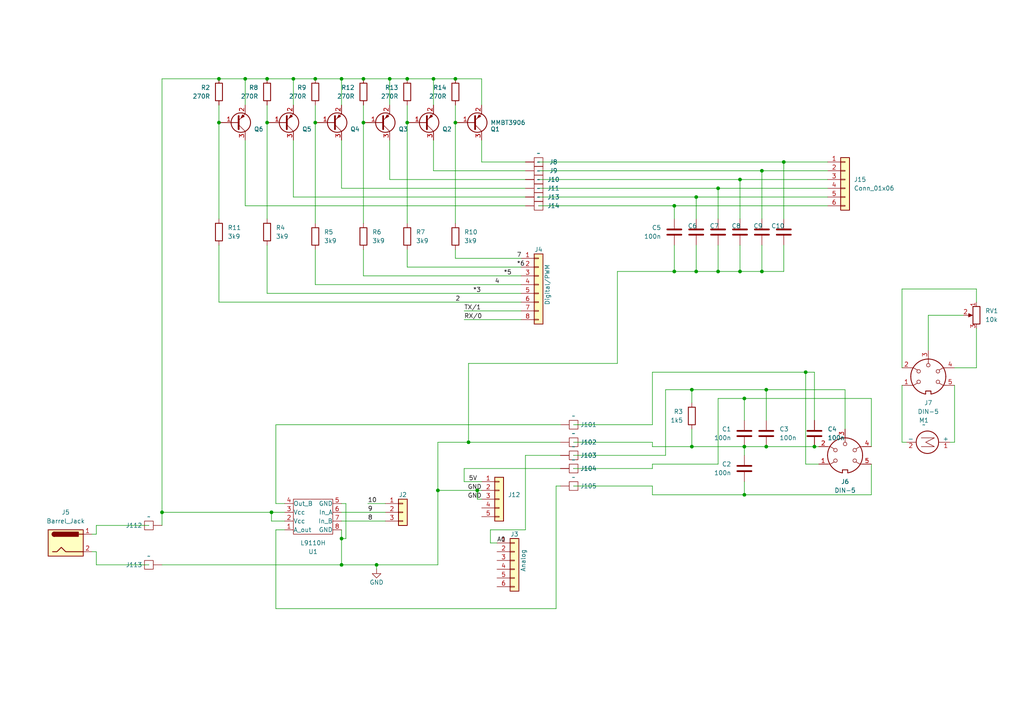
<source format=kicad_sch>
(kicad_sch (version 20231120) (generator "eeschema") (generator_version "8.0")
  (paper "A4")
  (title_block (date "mar. 31 mars 2015"))
  (lib_symbols
    (symbol "Connector:Barrel_Jack" (pin_names (offset 1.016))
      (property "Reference" "J" (at 0 5.334 0))
      (property "Value" "Barrel_Jack" (at 0 -5.08 0))
      (symbol "Barrel_Jack_0_1"
        (rectangle (start -5.08 3.81) (end 5.08 -3.81) (stroke (width 0.254)) (fill (type background)))
        (arc (start -3.302 3.175) (mid -3.9343 2.54) (end -3.302 1.905) (stroke (width 0.254)))
        (arc (start -3.302 3.175) (mid -3.9343 2.54) (end -3.302 1.905) (stroke (width 0.254)) (fill (type outline)))
        (polyline (pts (xy 5.08 2.54) (xy 3.81 2.54)) (stroke (width 0.254)))
        (polyline (pts (xy -3.81 -2.54) (xy -2.54 -2.54) (xy -1.27 -1.27) (xy 0 -2.54) (xy 2.54 -2.54) (xy 5.08 -2.54)) (stroke (width 0.254)))
        (rectangle (start 3.683 3.175) (end -3.302 1.905) (stroke (width 0.254)) (fill (type outline)))
      )
      (symbol "Barrel_Jack_1_1"
        (pin passive line (at 7.62 2.54 180) (length 2.54) (name "~") (number "1"))
        (pin passive line (at 7.62 -2.54 180) (length 2.54) (name "~") (number "2"))
      )
    )
    (symbol "Connector:DIN-5" (pin_names (offset 1.016))
      (property "Reference" "J" (at 3.175 5.715 0))
      (property "Value" "DIN-5" (at 0 -6.35 0))
      (symbol "DIN-5_0_1"
        (arc (start -5.08 0) (mid -3.8609 -3.3364) (end -0.762 -5.08) (stroke (width 0.254)))
        (circle (center -2.794 -1.524) (radius 0.508))
        (circle (center -2.794 1.524) (radius 0.508))
        (polyline (pts (xy 0 5.08) (xy 0 3.81)))
        (polyline (pts (xy -5.08 -2.54) (xy -4.318 -2.54) (xy -3.175 -1.905)))
        (polyline (pts (xy -5.08 2.54) (xy -4.318 2.54) (xy -3.175 1.905)))
        (polyline (pts (xy 5.08 -2.54) (xy 4.318 -2.54) (xy 3.175 -1.905)))
        (polyline (pts (xy 5.08 2.54) (xy 4.318 2.54) (xy 3.175 1.905)))
        (polyline (pts (xy -0.762 -4.953) (xy -0.762 -4.191) (xy 0.762 -4.191) (xy 0.762 -4.953)) (stroke (width 0.254)))
        (circle (center 0 3.302) (radius 0.508))
        (arc (start 0.762 -5.08) (mid 3.8685 -3.343) (end 5.08 0) (stroke (width 0.254)))
        (circle (center 2.794 -1.524) (radius 0.508))
        (circle (center 2.794 1.524) (radius 0.508))
        (arc (start 5.08 0) (mid 0 5.0579) (end -5.08 0) (stroke (width 0.254)))
      )
      (symbol "DIN-5_1_1"
        (pin passive line (at -7.62 -2.54 0) (length 2.54) (name "~") (number "1"))
        (pin passive line (at -7.62 2.54 0) (length 2.54) (name "~") (number "2"))
        (pin passive line (at 0 7.62 270) (length 2.54) (name "~") (number "3"))
        (pin passive line (at 7.62 2.54 180) (length 2.54) (name "~") (number "4"))
        (pin passive line (at 7.62 -2.54 180) (length 2.54) (name "~") (number "5"))
      )
    )
    (symbol "Connector_Generic:Conn_01x03" (pin_names (offset 1.016) hide)
      (property "Reference" "J" (at 0 5.08 0))
      (property "Value" "Conn_01x03" (at 0 -5.08 0))
      (symbol "Conn_01x03_1_1"
        (rectangle (start -1.27 -2.413) (end 0 -2.667) (stroke (width 0.1524)))
        (rectangle (start -1.27 0.127) (end 0 -0.127) (stroke (width 0.1524)))
        (rectangle (start -1.27 2.667) (end 0 2.413) (stroke (width 0.1524)))
        (rectangle (start -1.27 3.81) (end 1.27 -3.81) (stroke (width 0.254)) (fill (type background)))
        (pin passive line (at -5.08 2.54 0) (length 3.81) (name "Pin_1") (number "1"))
        (pin passive line (at -5.08 0 0) (length 3.81) (name "Pin_2") (number "2"))
        (pin passive line (at -5.08 -2.54 0) (length 3.81) (name "Pin_3") (number "3"))
      )
    )
    (symbol "Connector_Generic:Conn_01x05" (pin_names (offset 1.016) hide)
      (property "Reference" "J" (at 0 7.62 0))
      (property "Value" "Conn_01x05" (at 0 -7.62 0))
      (symbol "Conn_01x05_1_1"
        (rectangle (start -1.27 -4.953) (end 0 -5.207) (stroke (width 0.1524)))
        (rectangle (start -1.27 -2.413) (end 0 -2.667) (stroke (width 0.1524)))
        (rectangle (start -1.27 0.127) (end 0 -0.127) (stroke (width 0.1524)))
        (rectangle (start -1.27 2.667) (end 0 2.413) (stroke (width 0.1524)))
        (rectangle (start -1.27 5.207) (end 0 4.953) (stroke (width 0.1524)))
        (rectangle (start -1.27 6.35) (end 1.27 -6.35) (stroke (width 0.254)) (fill (type background)))
        (pin passive line (at -5.08 5.08 0) (length 3.81) (name "Pin_1") (number "1"))
        (pin passive line (at -5.08 2.54 0) (length 3.81) (name "Pin_2") (number "2"))
        (pin passive line (at -5.08 0 0) (length 3.81) (name "Pin_3") (number "3"))
        (pin passive line (at -5.08 -2.54 0) (length 3.81) (name "Pin_4") (number "4"))
        (pin passive line (at -5.08 -5.08 0) (length 3.81) (name "Pin_5") (number "5"))
      )
    )
    (symbol "Connector_Generic:Conn_01x06" (pin_names (offset 1.016) hide)
      (property "Reference" "J" (at 0 7.62 0))
      (property "Value" "Conn_01x06" (at 0 -10.16 0))
      (symbol "Conn_01x06_1_1"
        (rectangle (start -1.27 -7.493) (end 0 -7.747) (stroke (width 0.1524)))
        (rectangle (start -1.27 -4.953) (end 0 -5.207) (stroke (width 0.1524)))
        (rectangle (start -1.27 -2.413) (end 0 -2.667) (stroke (width 0.1524)))
        (rectangle (start -1.27 0.127) (end 0 -0.127) (stroke (width 0.1524)))
        (rectangle (start -1.27 2.667) (end 0 2.413) (stroke (width 0.1524)))
        (rectangle (start -1.27 5.207) (end 0 4.953) (stroke (width 0.1524)))
        (rectangle (start -1.27 6.35) (end 1.27 -8.89) (stroke (width 0.254)) (fill (type background)))
        (pin passive line (at -5.08 5.08 0) (length 3.81) (name "Pin_1") (number "1"))
        (pin passive line (at -5.08 2.54 0) (length 3.81) (name "Pin_2") (number "2"))
        (pin passive line (at -5.08 0 0) (length 3.81) (name "Pin_3") (number "3"))
        (pin passive line (at -5.08 -2.54 0) (length 3.81) (name "Pin_4") (number "4"))
        (pin passive line (at -5.08 -5.08 0) (length 3.81) (name "Pin_5") (number "5"))
        (pin passive line (at -5.08 -7.62 0) (length 3.81) (name "Pin_6") (number "6"))
      )
    )
    (symbol "Connector_Generic:Conn_01x08" (pin_names (offset 1.016) hide)
      (property "Reference" "J" (at 0 10.16 0))
      (property "Value" "Conn_01x08" (at 0 -12.7 0))
      (symbol "Conn_01x08_1_1"
        (rectangle (start -1.27 -10.033) (end 0 -10.287) (stroke (width 0.1524)))
        (rectangle (start -1.27 -7.493) (end 0 -7.747) (stroke (width 0.1524)))
        (rectangle (start -1.27 -4.953) (end 0 -5.207) (stroke (width 0.1524)))
        (rectangle (start -1.27 -2.413) (end 0 -2.667) (stroke (width 0.1524)))
        (rectangle (start -1.27 0.127) (end 0 -0.127) (stroke (width 0.1524)))
        (rectangle (start -1.27 2.667) (end 0 2.413) (stroke (width 0.1524)))
        (rectangle (start -1.27 5.207) (end 0 4.953) (stroke (width 0.1524)))
        (rectangle (start -1.27 7.747) (end 0 7.493) (stroke (width 0.1524)))
        (rectangle (start -1.27 8.89) (end 1.27 -11.43) (stroke (width 0.254)) (fill (type background)))
        (pin passive line (at -5.08 7.62 0) (length 3.81) (name "Pin_1") (number "1"))
        (pin passive line (at -5.08 5.08 0) (length 3.81) (name "Pin_2") (number "2"))
        (pin passive line (at -5.08 2.54 0) (length 3.81) (name "Pin_3") (number "3"))
        (pin passive line (at -5.08 0 0) (length 3.81) (name "Pin_4") (number "4"))
        (pin passive line (at -5.08 -2.54 0) (length 3.81) (name "Pin_5") (number "5"))
        (pin passive line (at -5.08 -5.08 0) (length 3.81) (name "Pin_6") (number "6"))
        (pin passive line (at -5.08 -7.62 0) (length 3.81) (name "Pin_7") (number "7"))
        (pin passive line (at -5.08 -10.16 0) (length 3.81) (name "Pin_8") (number "8"))
      )
    )
    (symbol "Device:C" (pin_numbers hide) (pin_names (offset 0.254))
      (property "Reference" "C" (at 0.635 2.54 0))
      (property "Value" "C" (at 0.635 -2.54 0))
      (symbol "C_0_1"
        (polyline (pts (xy -2.032 -0.762) (xy 2.032 -0.762)) (stroke (width 0.508)))
        (polyline (pts (xy -2.032 0.762) (xy 2.032 0.762)) (stroke (width 0.508)))
      )
      (symbol "C_1_1"
        (pin passive line (at 0 3.81 270) (length 2.794) (name "~") (number "1"))
        (pin passive line (at 0 -3.81 90) (length 2.794) (name "~") (number "2"))
      )
    )
    (symbol "Device:R" (pin_numbers hide) (pin_names (offset 0))
      (property "Reference" "R" (at 2.032 0 90))
      (property "Value" "R" (at 0 0 90))
      (symbol "R_0_1"
        (rectangle (start -1.016 -2.54) (end 1.016 2.54) (stroke (width 0.254)))
      )
      (symbol "R_1_1"
        (pin passive line (at 0 3.81 270) (length 1.27) (name "~") (number "1"))
        (pin passive line (at 0 -3.81 90) (length 1.27) (name "~") (number "2"))
      )
    )
    (symbol "Device:R_Potentiometer" (pin_names (offset 1.016) hide)
      (property "Reference" "RV" (at -4.445 0 90))
      (property "Value" "R_Potentiometer" (at -2.54 0 90))
      (symbol "R_Potentiometer_0_1"
        (polyline (pts (xy 2.54 0) (xy 1.524 0)))
        (polyline (pts (xy 1.143 0) (xy 2.286 0.508) (xy 2.286 -0.508) (xy 1.143 0)) (fill (type outline)))
        (rectangle (start 1.016 2.54) (end -1.016 -2.54) (stroke (width 0.254)))
      )
      (symbol "R_Potentiometer_1_1"
        (pin passive line (at 0 3.81 270) (length 1.27) (name "1") (number "1"))
        (pin passive line (at 3.81 0 180) (length 1.27) (name "2") (number "2"))
        (pin passive line (at 0 -3.81 90) (length 1.27) (name "3") (number "3"))
      )
    )
    (symbol "Motor:Motor_DC" (pin_names (offset 0))
      (property "Reference" "M" (at 2.54 2.54 0))
      (property "Value" "Motor_DC" (at 2.54 -5.08 0))
      (symbol "Motor_DC_0_0"
        (polyline (pts (xy -1.27 -3.302) (xy -1.27 0.508) (xy 0 -2.032) (xy 1.27 0.508) (xy 1.27 -3.302)))
      )
      (symbol "Motor_DC_0_1"
        (circle (center 0 -1.524) (radius 3.2512) (stroke (width 0.254)))
        (polyline (pts (xy 0 -7.62) (xy 0 -7.112)))
        (polyline (pts (xy 0 -4.7752) (xy 0 -5.1816)))
        (polyline (pts (xy 0 1.7272) (xy 0 2.0828)))
        (polyline (pts (xy 0 2.032) (xy 0 2.54)))
      )
      (symbol "Motor_DC_1_1"
        (pin passive line (at 0 5.08 270) (length 2.54) (name "+") (number "1"))
        (pin passive line (at 0 -7.62 90) (length 2.54) (name "-") (number "2"))
      )
    )
    (symbol "Transistor_BJT:MMBT3906" (pin_names (offset 0) hide)
      (property "Reference" "Q" (at 5.08 1.905 0))
      (property "Value" "MMBT3906" (at 5.08 0 0))
      (symbol "MMBT3906_0_1"
        (polyline (pts (xy 0.635 0.635) (xy 2.54 2.54)))
        (polyline (pts (xy 0.635 -0.635) (xy 2.54 -2.54) (xy 2.54 -2.54)))
        (polyline (pts (xy 0.635 1.905) (xy 0.635 -1.905) (xy 0.635 -1.905)) (stroke (width 0.508)))
        (polyline (pts (xy 2.286 -1.778) (xy 1.778 -2.286) (xy 1.27 -1.27) (xy 2.286 -1.778) (xy 2.286 -1.778)) (fill (type outline)))
        (circle (center 1.27 0) (radius 2.8194) (stroke (width 0.254)))
      )
      (symbol "MMBT3906_1_1"
        (pin input line (at -5.08 0 0) (length 5.715) (name "B") (number "1"))
        (pin passive line (at 2.54 -5.08 90) (length 2.54) (name "E") (number "2"))
        (pin passive line (at 2.54 5.08 270) (length 2.54) (name "C") (number "3"))
      )
    )
    (symbol "power:GND" (power) (pin_names (offset 0))
      (property "Value" "GND" (at 0 -3.81 0))
      (symbol "GND_0_1"
        (polyline (pts (xy 0 0) (xy 0 -1.27) (xy 1.27 -1.27) (xy 0 -2.54) (xy -1.27 -1.27) (xy 0 -1.27)))
      )
      (symbol "GND_1_1"
        (pin power_in line (at 0 0 270) (length 0) hide (name "GND") (number "1"))
      )
    )
    (symbol "z_HBridge:L9110H" (pin_names (offset 0.002))
      (property "Reference" "U" (at -9.144 7.366 0))
      (property "Value" "L9110H" (at -5.842 5.588 0))
      (symbol "L9110H_0_1"
        (rectangle (start -10.16 3.81) (end 1.27 -6.35))
      )
      (symbol "L9110H_1_1"
        (pin output line (at -12.7 2.54 0) (length 2.54) (name "A_out") (number "1"))
        (pin power_in line (at -12.7 0 0) (length 2.54) (name "Vcc") (number "2"))
        (pin power_in line (at -12.7 -2.54 0) (length 2.54) (name "Vcc") (number "3"))
        (pin output line (at -12.7 -5.08 0) (length 2.54) (name "Out_B") (number "4"))
        (pin power_in line (at 3.81 -5.08 180) (length 2.54) (name "GND") (number "5"))
        (pin input line (at 3.81 -2.54 180) (length 2.54) (name "In_A") (number "6"))
        (pin input line (at 3.81 0 180) (length 2.54) (name "In_B") (number "7"))
        (pin power_in line (at 3.81 2.54 180) (length 2.54) (name "GND") (number "8"))
      )
    )
    (symbol "z_Pads:FlyingLead_THTPad_2.0x2.0mm" (pin_numbers hide) (pin_names (offset 0) hide)
      (property "Reference" "J" (at 2.032 0 0))
      (symbol "FlyingLead_THTPad_2.0x2.0mm_0_1"
        (rectangle (start -1.27 1.27) (end 1.27 -1.27))
      )
      (symbol "FlyingLead_THTPad_2.0x2.0mm_1_0"
        (pin passive line (at 0 0 180) (length 0) (name "") (number "1"))
      )
      (symbol "FlyingLead_THTPad_2.0x2.0mm_1_1"
        (pin passive line (at -3.81 0 0) (length 2.54) (name "") (number "1"))
      )
    )
  )
  (junction (at 118.11 35.56))
  (junction (at 132.08 22.86))
  (junction (at 85.09 22.86))
  (junction (at 201.93 78.74))
  (junction (at 201.93 57.15))
  (junction (at 63.5 35.56))
  (junction (at 135.89 128.27))
  (junction (at 215.9 129.54))
  (junction (at 222.25 129.54))
  (junction (at 77.47 35.56))
  (junction (at 195.58 59.69))
  (junction (at 208.28 54.61))
  (junction (at 78.74 148.59))
  (junction (at 222.25 113.03))
  (junction (at 99.06 22.86))
  (junction (at 214.63 52.07))
  (junction (at 132.08 35.56))
  (junction (at 63.5 22.86))
  (junction (at 99.06 156.21))
  (junction (at 138.43 142.24))
  (junction (at 200.66 129.54))
  (junction (at 215.9 115.57))
  (junction (at 113.03 22.86))
  (junction (at 195.58 78.74))
  (junction (at 200.66 113.03))
  (junction (at 99.06 163.83))
  (junction (at 109.22 163.83))
  (junction (at 215.9 143.51))
  (junction (at 105.41 35.56))
  (junction (at 125.73 22.86))
  (junction (at 118.11 22.86))
  (junction (at 127 142.24))
  (junction (at 236.22 129.54))
  (junction (at 227.33 46.99))
  (junction (at 233.68 107.95))
  (junction (at 77.47 22.86))
  (junction (at 220.98 49.53))
  (junction (at 71.12 22.86))
  (junction (at 208.28 78.74))
  (junction (at 91.44 22.86))
  (junction (at 105.41 22.86))
  (junction (at 46.99 148.59))
  (junction (at 220.98 78.74))
  (junction (at 91.44 35.56))
  (junction (at 214.63 78.74))
  (wire (pts (xy 27.94 152.4) (xy 43.18 152.4)))
  (wire (pts (xy 63.5 35.56) (xy 63.5 63.5)))
  (wire (pts (xy 195.58 63.5) (xy 195.58 59.69)))
  (wire (pts (xy 80.01 153.67) (xy 82.55 153.67)))
  (wire (pts (xy 214.63 71.12) (xy 214.63 78.74)))
  (wire (pts (xy 100.33 156.21) (xy 99.06 156.21)))
  (wire (pts (xy 105.41 72.39) (xy 105.41 80.01)))
  (wire (pts (xy 208.28 134.62) (xy 208.28 115.57)))
  (wire (pts (xy 118.11 22.86) (xy 125.73 22.86)))
  (wire (pts (xy 99.06 163.83) (xy 109.22 163.83)))
  (wire (pts (xy 71.12 59.69) (xy 152.4 59.69)))
  (wire (pts (xy 63.5 71.12) (xy 63.5 87.63)))
  (wire (pts (xy 201.93 57.15) (xy 201.93 63.5)))
  (wire (pts (xy 151.13 74.93) (xy 132.08 74.93)))
  (wire (pts (xy 222.25 129.54) (xy 236.22 129.54)))
  (wire (pts (xy 26.67 154.94) (xy 27.94 154.94)))
  (wire (pts (xy 200.66 129.54) (xy 215.9 129.54)))
  (wire (pts (xy 279.4 91.44) (xy 269.24 91.44)))
  (wire (pts (xy 99.06 40.64) (xy 99.06 54.61)))
  (wire (pts (xy 138.43 144.78) (xy 138.43 142.24)))
  (wire (pts (xy 152.4 132.08) (xy 152.4 153.67)))
  (wire (pts (xy 189.23 107.95) (xy 189.23 123.19)))
  (wire (pts (xy 127 128.27) (xy 135.89 128.27)))
  (wire (pts (xy 166.37 140.97) (xy 189.23 140.97)))
  (wire (pts (xy 220.98 78.74) (xy 214.63 78.74)))
  (wire (pts (xy 276.86 111.76) (xy 276.86 128.27)))
  (wire (pts (xy 195.58 71.12) (xy 195.58 78.74)))
  (wire (pts (xy 127 142.24) (xy 138.43 142.24)))
  (wire (pts (xy 77.47 30.48) (xy 77.47 35.56)))
  (wire (pts (xy 91.44 30.48) (xy 91.44 35.56)))
  (wire (pts (xy 27.94 163.83) (xy 43.18 163.83)))
  (wire (pts (xy 118.11 72.39) (xy 118.11 77.47)))
  (wire (pts (xy 105.41 22.86) (xy 113.03 22.86)))
  (wire (pts (xy 125.73 22.86) (xy 125.73 30.48)))
  (wire (pts (xy 156.21 49.53) (xy 220.98 49.53)))
  (wire (pts (xy 208.28 71.12) (xy 208.28 78.74)))
  (wire (pts (xy 189.23 135.89) (xy 189.23 134.62)))
  (wire (pts (xy 237.49 134.62) (xy 233.68 134.62)))
  (wire (pts (xy 144.145 157.48) (xy 142.24 157.48)))
  (wire (pts (xy 77.47 22.86) (xy 85.09 22.86)))
  (wire (pts (xy 233.68 134.62) (xy 233.68 107.95)))
  (wire (pts (xy 261.62 83.82) (xy 261.62 106.68)))
  (wire (pts (xy 127 142.24) (xy 127 163.83)))
  (wire (pts (xy 215.9 129.54) (xy 222.25 129.54)))
  (wire (pts (xy 215.9 129.54) (xy 215.9 132.08)))
  (wire (pts (xy 222.25 113.03) (xy 245.11 113.03)))
  (wire (pts (xy 91.44 35.56) (xy 91.44 64.77)))
  (wire (pts (xy 99.06 153.67) (xy 99.06 156.21)))
  (wire (pts (xy 152.4 153.67) (xy 142.24 153.67)))
  (wire (pts (xy 46.99 22.86) (xy 63.5 22.86)))
  (wire (pts (xy 156.21 59.69) (xy 195.58 59.69)))
  (wire (pts (xy 152.4 57.15) (xy 85.09 57.15)))
  (wire (pts (xy 227.33 46.99) (xy 240.03 46.99)))
  (wire (pts (xy 85.09 22.86) (xy 91.44 22.86)))
  (wire (pts (xy 71.12 22.86) (xy 77.47 22.86)))
  (wire (pts (xy 105.41 30.48) (xy 105.41 35.56)))
  (wire (pts (xy 113.03 52.07) (xy 113.03 40.64)))
  (wire (pts (xy 63.5 22.86) (xy 71.12 22.86)))
  (wire (pts (xy 113.03 22.86) (xy 113.03 30.48)))
  (wire (pts (xy 152.4 49.53) (xy 125.73 49.53)))
  (wire (pts (xy 189.23 140.97) (xy 189.23 143.51)))
  (wire (pts (xy 208.28 78.74) (xy 201.93 78.74)))
  (wire (pts (xy 118.11 30.48) (xy 118.11 35.56)))
  (wire (pts (xy 85.09 40.64) (xy 85.09 57.15)))
  (wire (pts (xy 77.47 71.12) (xy 77.47 85.09)))
  (wire (pts (xy 113.03 22.86) (xy 118.11 22.86)))
  (wire (pts (xy 135.89 128.27) (xy 162.56 128.27)))
  (wire (pts (xy 99.06 151.13) (xy 111.76 151.13)))
  (wire (pts (xy 245.11 124.46) (xy 245.11 113.03)))
  (wire (pts (xy 132.08 30.48) (xy 132.08 35.56)))
  (wire (pts (xy 99.06 146.05) (xy 100.33 146.05)))
  (wire (pts (xy 276.86 128.27) (xy 275.59 128.27)))
  (wire (pts (xy 269.24 91.44) (xy 269.24 101.6)))
  (wire (pts (xy 151.13 80.01) (xy 105.41 80.01)))
  (wire (pts (xy 214.63 52.07) (xy 240.03 52.07)))
  (wire (pts (xy 179.07 78.74) (xy 195.58 78.74)))
  (wire (pts (xy 132.08 22.86) (xy 139.7 22.86)))
  (wire (pts (xy 127 163.83) (xy 109.22 163.83)))
  (wire (pts (xy 135.89 105.41) (xy 179.07 105.41)))
  (wire (pts (xy 142.24 153.67) (xy 142.24 157.48)))
  (wire (pts (xy 77.47 35.56) (xy 77.47 63.5)))
  (wire (pts (xy 105.41 35.56) (xy 105.41 64.77)))
  (wire (pts (xy 80.01 146.05) (xy 80.01 123.19)))
  (wire (pts (xy 78.74 151.13) (xy 78.74 148.59)))
  (wire (pts (xy 71.12 30.48) (xy 71.12 22.86)))
  (wire (pts (xy 261.62 128.27) (xy 262.89 128.27)))
  (wire (pts (xy 189.23 129.54) (xy 200.66 129.54)))
  (wire (pts (xy 99.06 148.59) (xy 111.76 148.59)))
  (wire (pts (xy 227.33 46.99) (xy 227.33 63.5)))
  (wire (pts (xy 189.23 128.27) (xy 189.23 129.54)))
  (wire (pts (xy 208.28 63.5) (xy 208.28 54.61)))
  (wire (pts (xy 125.73 22.86) (xy 132.08 22.86)))
  (wire (pts (xy 252.73 143.51) (xy 252.73 134.62)))
  (wire (pts (xy 80.01 176.53) (xy 80.01 153.67)))
  (wire (pts (xy 125.73 49.53) (xy 125.73 40.64)))
  (wire (pts (xy 139.7 142.24) (xy 138.43 142.24)))
  (wire (pts (xy 189.23 107.95) (xy 233.68 107.95)))
  (wire (pts (xy 193.04 113.03) (xy 200.66 113.03)))
  (wire (pts (xy 283.21 95.25) (xy 283.21 106.68)))
  (wire (pts (xy 46.99 148.59) (xy 46.99 152.4)))
  (wire (pts (xy 99.06 22.86) (xy 99.06 30.48)))
  (wire (pts (xy 166.37 132.08) (xy 193.04 132.08)))
  (wire (pts (xy 85.09 22.86) (xy 85.09 30.48)))
  (wire (pts (xy 220.98 71.12) (xy 220.98 78.74)))
  (wire (pts (xy 151.13 77.47) (xy 118.11 77.47)))
  (wire (pts (xy 91.44 72.39) (xy 91.44 82.55)))
  (wire (pts (xy 99.06 22.86) (xy 105.41 22.86)))
  (wire (pts (xy 134.62 135.89) (xy 162.56 135.89)))
  (wire (pts (xy 161.29 140.97) (xy 162.56 140.97)))
  (wire (pts (xy 80.01 146.05) (xy 82.55 146.05)))
  (wire (pts (xy 106.68 146.05) (xy 111.76 146.05)))
  (wire (pts (xy 99.06 156.21) (xy 99.06 163.83)))
  (wire (pts (xy 80.01 176.53) (xy 161.29 176.53)))
  (wire (pts (xy 63.5 87.63) (xy 151.13 87.63)))
  (wire (pts (xy 261.62 111.76) (xy 261.62 128.27)))
  (wire (pts (xy 233.68 107.95) (xy 236.22 107.95)))
  (wire (pts (xy 227.33 78.74) (xy 220.98 78.74)))
  (wire (pts (xy 139.7 46.99) (xy 152.4 46.99)))
  (wire (pts (xy 134.62 135.89) (xy 134.62 139.7)))
  (wire (pts (xy 252.73 129.54) (xy 252.73 115.57)))
  (wire (pts (xy 166.37 128.27) (xy 189.23 128.27)))
  (wire (pts (xy 195.58 78.74) (xy 201.93 78.74)))
  (wire (pts (xy 215.9 115.57) (xy 215.9 121.92)))
  (wire (pts (xy 151.13 92.71) (xy 134.62 92.71)))
  (wire (pts (xy 156.21 54.61) (xy 208.28 54.61)))
  (wire (pts (xy 236.22 121.92) (xy 236.22 107.95)))
  (wire (pts (xy 26.67 160.02) (xy 27.94 160.02)))
  (wire (pts (xy 193.04 132.08) (xy 193.04 113.03)))
  (wire (pts (xy 200.66 113.03) (xy 200.66 116.84)))
  (wire (pts (xy 156.21 46.99) (xy 227.33 46.99)))
  (wire (pts (xy 138.43 144.78) (xy 139.7 144.78)))
  (wire (pts (xy 46.99 22.86) (xy 46.99 148.59)))
  (wire (pts (xy 179.07 105.41) (xy 179.07 78.74)))
  (wire (pts (xy 27.94 154.94) (xy 27.94 152.4)))
  (wire (pts (xy 151.13 85.09) (xy 77.47 85.09)))
  (wire (pts (xy 222.25 113.03) (xy 222.25 121.92)))
  (wire (pts (xy 99.06 54.61) (xy 152.4 54.61)))
  (wire (pts (xy 151.13 90.17) (xy 134.62 90.17)))
  (wire (pts (xy 139.7 22.86) (xy 139.7 30.48)))
  (wire (pts (xy 283.21 83.82) (xy 283.21 87.63)))
  (wire (pts (xy 127 128.27) (xy 127 142.24)))
  (wire (pts (xy 240.03 49.53) (xy 220.98 49.53)))
  (wire (pts (xy 156.21 57.15) (xy 201.93 57.15)))
  (wire (pts (xy 109.22 163.83) (xy 109.22 165.1)))
  (wire (pts (xy 152.4 132.08) (xy 162.56 132.08)))
  (wire (pts (xy 135.89 105.41) (xy 135.89 128.27)))
  (wire (pts (xy 71.12 59.69) (xy 71.12 40.64)))
  (wire (pts (xy 200.66 113.03) (xy 222.25 113.03)))
  (wire (pts (xy 118.11 35.56) (xy 118.11 64.77)))
  (wire (pts (xy 166.37 135.89) (xy 189.23 135.89)))
  (wire (pts (xy 100.33 146.05) (xy 100.33 156.21)))
  (wire (pts (xy 227.33 71.12) (xy 227.33 78.74)))
  (wire (pts (xy 27.94 160.02) (xy 27.94 163.83)))
  (wire (pts (xy 240.03 57.15) (xy 201.93 57.15)))
  (wire (pts (xy 215.9 143.51) (xy 252.73 143.51)))
  (wire (pts (xy 82.55 148.59) (xy 78.74 148.59)))
  (wire (pts (xy 220.98 49.53) (xy 220.98 63.5)))
  (wire (pts (xy 200.66 124.46) (xy 200.66 129.54)))
  (wire (pts (xy 91.44 22.86) (xy 99.06 22.86)))
  (wire (pts (xy 46.99 148.59) (xy 78.74 148.59)))
  (wire (pts (xy 63.5 30.48) (xy 63.5 35.56)))
  (wire (pts (xy 46.99 163.83) (xy 99.06 163.83)))
  (wire (pts (xy 82.55 151.13) (xy 78.74 151.13)))
  (wire (pts (xy 139.7 139.7) (xy 134.62 139.7)))
  (wire (pts (xy 215.9 139.7) (xy 215.9 143.51)))
  (wire (pts (xy 236.22 129.54) (xy 237.49 129.54)))
  (wire (pts (xy 189.23 134.62) (xy 208.28 134.62)))
  (wire (pts (xy 132.08 35.56) (xy 132.08 64.77)))
  (wire (pts (xy 215.9 115.57) (xy 252.73 115.57)))
  (wire (pts (xy 151.13 82.55) (xy 91.44 82.55)))
  (wire (pts (xy 208.28 78.74) (xy 214.63 78.74)))
  (wire (pts (xy 113.03 52.07) (xy 152.4 52.07)))
  (wire (pts (xy 208.28 115.57) (xy 215.9 115.57)))
  (wire (pts (xy 161.29 176.53) (xy 161.29 140.97)))
  (wire (pts (xy 214.63 52.07) (xy 214.63 63.5)))
  (wire (pts (xy 132.08 72.39) (xy 132.08 74.93)))
  (wire (pts (xy 208.28 54.61) (xy 240.03 54.61)))
  (wire (pts (xy 283.21 106.68) (xy 276.86 106.68)))
  (wire (pts (xy 201.93 71.12) (xy 201.93 78.74)))
  (wire (pts (xy 139.7 40.64) (xy 139.7 46.99)))
  (wire (pts (xy 283.21 83.82) (xy 261.62 83.82)))
  (wire (pts (xy 80.01 123.19) (xy 162.56 123.19)))
  (wire (pts (xy 189.23 143.51) (xy 215.9 143.51)))
  (wire (pts (xy 195.58 59.69) (xy 240.03 59.69)))
  (wire (pts (xy 166.37 123.19) (xy 189.23 123.19)))
  (wire (pts (xy 156.21 52.07) (xy 214.63 52.07)))
  (label "9" (at 106.68 148.59 0))
  (label "*6" (at 149.86 77.47 0))
  (label "5V" (at 138.43 139.7 180))
  (label "4" (at 143.51 82.55 0))
  (label "10" (at 106.68 146.05 0))
  (label "2" (at 132.08 87.63 0))
  (label "GND" (at 139.7 144.78 180))
  (label "TX{slash}1" (at 134.62 90.17 0))
  (label "GND" (at 139.7 142.24 180))
  (label "RX{slash}0" (at 134.62 92.71 0))
  (label "8" (at 106.68 151.13 0))
  (label "*3" (at 137.16 85.09 0))
  (label "A0" (at 144.145 157.48 0))
  (label "*5" (at 146.05 80.01 0))
  (label "7" (at 149.86 74.93 0))
  (symbol (lib_id "Connector_Generic:Conn_01x03") (at 116.84 148.59 0) (unit 1)
    (property "Reference" "J2" (at 116.84 143.51 0))
    (property "Value" "Conn_01x03" (effects (hide yes)))
    (property "Footprint" "Connector_PinSocket_2.54mm:PinSocket_1x03_P2.54mm_Vertical" (effects (hide yes)))
    (property "Description" "Generic connector, single row, 01x03, script generated (kicad-library-utils/schlib/autogen/connector/)" (effects (hide yes)))
  )
  (symbol (lib_id "power:GND") (at 109.22 165.1 0) (mirror y) (unit 1)
    (property "Reference" "#PWR05" (effects (hide yes)))
    (property "Value" "GND" (at 109.22 168.91 0))
  )
  (symbol (lib_id "Connector_Generic:Conn_01x06") (at 149.225 162.56 0) (unit 1)
    (property "Reference" "J3" (at 149.225 154.94 0))
    (property "Value" "Analog" (at 151.765 162.56 90))
    (property "Footprint" "Connector_PinSocket_2.54mm:PinSocket_1x06_P2.54mm_Vertical" (effects (hide yes)))
  )
  (symbol (lib_id "z_Pads:FlyingLead_THTPad_2.0x2.0mm") (at 166.37 132.08 0) (unit 1)
    (property "Reference" "J103" (at 170.688 132.08 0))
    (property "Value" "~" (at 166.37 129.54 0))
    (property "Footprint" "TestPoint:TestPoint_Pad_2.0x2.0mm" (effects (hide yes)))
  )
  (symbol (lib_id "Device:R") (at 63.5 26.67 0) (unit 1)
    (property "Reference" "R2" (at 60.96 25.3999 0) (effects (justify right)))
    (property "Value" "270R" (at 60.96 27.9399 0) (effects (justify right)))
    (property "Footprint" "Resistor_SMD:R_0805_2012Metric" (effects (hide yes)))
    (property "Description" "Resistor" (effects (hide yes)))
  )
  (symbol (lib_id "Device:C") (at 215.9 135.89 0) (mirror y) (unit 1) (on_board no)
    (property "Reference" "C2" (at 212.09 134.6199 0) (effects (justify left)))
    (property "Value" "100n" (at 212.09 137.1599 0) (effects (justify left)))
    (property "Description" "Unpolarized capacitor" (effects (hide yes)))
  )
  (symbol (lib_id "z_Pads:FlyingLead_THTPad_2.0x2.0mm") (at 43.18 163.83 0) (mirror y) (unit 1)
    (property "Reference" "J113" (at 38.862 163.83 0))
    (property "Value" "~" (at 43.18 161.29 0))
    (property "Footprint" "TestPoint:TestPoint_Pad_2.0x2.0mm" (effects (hide yes)))
  )
  (symbol (lib_name "z_Pads:FlyingLead_THTPad_2.0x2.0mm") (lib_id "z_Pads:FlyingLead_THTPad_2.0x2.0mm") (at 156.21 49.53 0) (unit 1)
    (property "Reference" "J9" (at 160.528 49.53 0))
    (property "Value" "~" (at 156.21 46.99 0))
    (property "Footprint" "TestPoint:TestPoint_Pad_2.0x2.0mm" (effects (hide yes)))
  )
  (symbol (lib_id "z_Pads:FlyingLead_THTPad_2.0x2.0mm") (at 43.18 152.4 0) (mirror y) (unit 1)
    (property "Reference" "J112" (at 38.862 152.4 0))
    (property "Value" "~" (at 43.18 149.86 0))
    (property "Footprint" "TestPoint:TestPoint_Pad_2.0x2.0mm" (effects (hide yes)))
  )
  (symbol (lib_id "Device:R") (at 77.47 67.31 0) (mirror y) (unit 1)
    (property "Reference" "R4" (at 80.01 66.0399 0) (effects (justify right)))
    (property "Value" "3k9" (at 80.01 68.5799 0) (effects (justify right)))
    (property "Footprint" "Resistor_SMD:R_0805_2012Metric" (effects (hide yes)))
    (property "Description" "Resistor" (effects (hide yes)))
  )
  (symbol (lib_id "Device:R_Potentiometer") (at 283.21 91.44 0) (mirror y) (unit 1) (on_board no)
    (property "Reference" "RV1" (at 285.75 90.1699 0) (effects (justify right)))
    (property "Value" "10k" (at 285.75 92.7099 0) (effects (justify right)))
    (property "Description" "Potentiometer" (effects (hide yes)))
  )
  (symbol (lib_id "Connector:DIN-5") (at 245.11 132.08 0) (unit 1) (on_board no)
    (property "Reference" "J6" (at 245.1101 139.7 0))
    (property "Value" "DIN-5" (at 245.1101 142.24 0))
    (property "Datasheet" "http://www.mouser.com/ds/2/18/40_c091_abd_e-75918.pdf" (effects (hide yes)))
    (property "Description" "5-pin DIN connector" (effects (hide yes)))
  )
  (symbol (lib_name "z_Pads:FlyingLead_THTPad_2.0x2.0mm") (lib_id "z_Pads:FlyingLead_THTPad_2.0x2.0mm") (at 156.21 54.61 0) (unit 1)
    (property "Reference" "J11" (at 160.528 54.61 0))
    (property "Value" "~" (at 156.21 52.07 0))
    (property "Footprint" "TestPoint:TestPoint_Pad_2.0x2.0mm" (effects (hide yes)))
  )
  (symbol (lib_id "Device:R") (at 118.11 26.67 0) (unit 1)
    (property "Reference" "R13" (at 115.57 25.3999 0) (effects (justify right)))
    (property "Value" "270R" (at 115.57 27.9399 0) (effects (justify right)))
    (property "Footprint" "Resistor_SMD:R_0805_2012Metric" (effects (hide yes)))
    (property "Description" "Resistor" (effects (hide yes)))
  )
  (symbol (lib_name "z_Pads:FlyingLead_THTPad_2.0x2.0mm") (lib_id "z_Pads:FlyingLead_THTPad_2.0x2.0mm") (at 156.21 57.15 0) (unit 1)
    (property "Reference" "J13" (at 160.528 57.15 0))
    (property "Value" "~" (at 156.21 54.61 0))
    (property "Footprint" "TestPoint:TestPoint_Pad_2.0x2.0mm" (effects (hide yes)))
  )
  (symbol (lib_id "Device:C") (at 222.25 125.73 0) (unit 1) (on_board no)
    (property "Reference" "C3" (at 226.06 124.4599 0) (effects (justify left)))
    (property "Value" "100n" (at 226.06 126.9999 0) (effects (justify left)))
    (property "Description" "Unpolarized capacitor" (effects (hide yes)))
  )
  (symbol (lib_id "z_Pads:FlyingLead_THTPad_2.0x2.0mm") (at 166.37 135.89 0) (unit 1)
    (property "Reference" "J104" (at 170.688 135.89 0))
    (property "Value" "~" (at 166.37 133.35 0))
    (property "Footprint" "TestPoint:TestPoint_Pad_2.0x2.0mm" (effects (hide yes)))
  )
  (symbol (lib_name "z_Pads:FlyingLead_THTPad_2.0x2.0mm") (lib_id "z_Pads:FlyingLead_THTPad_2.0x2.0mm") (at 156.21 59.69 0) (unit 1)
    (property "Reference" "J14" (at 160.528 59.69 0))
    (property "Value" "~" (at 156.21 57.15 0))
    (property "Footprint" "TestPoint:TestPoint_Pad_2.0x2.0mm" (effects (hide yes)))
  )
  (symbol (lib_id "Device:C") (at 236.22 125.73 0) (unit 1) (on_board no)
    (property "Reference" "C4" (at 240.03 124.4599 0) (effects (justify left)))
    (property "Value" "100n" (at 240.03 126.9999 0) (effects (justify left)))
    (property "Description" "Unpolarized capacitor" (effects (hide yes)))
  )
  (symbol (lib_id "Transistor_BJT:MMBT3906") (at 137.16 35.56 0) (mirror x) (unit 1)
    (property "Reference" "Q1" (at 142.24 37.465 0) (effects (justify left)))
    (property "Value" "MMBT3906" (at 142.24 35.56 0) (effects (justify left)))
    (property "Footprint" "Package_TO_SOT_SMD:SOT-23" (effects (hide yes)))
    (property "Datasheet" "https://www.onsemi.com/pdf/datasheet/pzt3906-d.pdf" (effects (hide yes)))
    (property "Description" "-0.2A Ic, -40V Vce, Small Signal PNP Transistor, SOT-23" (effects (hide yes)))
  )
  (symbol (lib_id "z_Pads:FlyingLead_THTPad_2.0x2.0mm") (at 166.37 128.27 0) (unit 1)
    (property "Reference" "J102" (at 170.688 128.27 0))
    (property "Value" "~" (at 166.37 125.73 0))
    (property "Footprint" "TestPoint:TestPoint_Pad_2.0x2.0mm" (effects (hide yes)))
  )
  (symbol (lib_id "Device:R") (at 63.5 67.31 0) (mirror y) (unit 1)
    (property "Reference" "R11" (at 66.04 66.0399 0) (effects (justify right)))
    (property "Value" "3k9" (at 66.04 68.5799 0) (effects (justify right)))
    (property "Footprint" "Resistor_SMD:R_0805_2012Metric" (effects (hide yes)))
    (property "Description" "Resistor" (effects (hide yes)))
  )
  (symbol (lib_id "Transistor_BJT:MMBT3906") (at 68.58 35.56 0) (mirror x) (unit 1)
    (property "Reference" "Q6" (at 73.66 37.465 0) (effects (justify left)))
    (property "Value" "MMBT3906" (effects (hide yes)))
    (property "Footprint" "Package_TO_SOT_SMD:SOT-23" (effects (hide yes)))
    (property "Datasheet" "https://www.onsemi.com/pdf/datasheet/pzt3906-d.pdf" (effects (hide yes)))
    (property "Description" "-0.2A Ic, -40V Vce, Small Signal PNP Transistor, SOT-23" (effects (hide yes)))
  )
  (symbol (lib_id "Device:R") (at 91.44 68.58 0) (mirror y) (unit 1)
    (property "Reference" "R5" (at 93.98 67.3099 0) (effects (justify right)))
    (property "Value" "3k9" (at 93.98 69.8499 0) (effects (justify right)))
    (property "Footprint" "Resistor_SMD:R_0805_2012Metric" (effects (hide yes)))
    (property "Description" "Resistor" (effects (hide yes)))
  )
  (symbol (lib_id "Device:C") (at 220.98 67.31 0) (mirror y) (unit 1) (on_board no)
    (property "Reference" "C9" (at 221.234 65.532 0) (effects (justify left)))
    (property "Value" "100n" (effects (hide yes)))
    (property "Description" "Unpolarized capacitor" (effects (hide yes)))
  )
  (symbol (lib_id "Device:C") (at 208.28 67.31 0) (mirror y) (unit 1) (on_board no)
    (property "Reference" "C7" (at 208.534 65.532 0) (effects (justify left)))
    (property "Value" "100n" (effects (hide yes)))
    (property "Description" "Unpolarized capacitor" (effects (hide yes)))
  )
  (symbol (lib_id "Motor:Motor_DC") (at 270.51 128.27 270) (unit 1) (on_board no)
    (property "Reference" "M1" (at 267.97 121.92 90))
    (property "Value" "~" (at 267.97 123.19 90))
    (property "Description" "DC Motor" (effects (hide yes)))
  )
  (symbol (lib_id "Connector:DIN-5") (at 269.24 109.22 0) (unit 1) (on_board no)
    (property "Reference" "J7" (at 269.2401 116.84 0))
    (property "Value" "DIN-5" (at 269.2401 119.38 0))
    (property "Datasheet" "http://www.mouser.com/ds/2/18/40_c091_abd_e-75918.pdf" (effects (hide yes)))
    (property "Description" "5-pin DIN connector" (effects (hide yes)))
  )
  (symbol (lib_id "Connector_Generic:Conn_01x05") (at 144.78 144.78 0) (unit 1)
    (property "Reference" "J12" (at 147.32 143.5099 0) (effects (justify left)))
    (property "Value" "Conn_01x05" (effects (hide yes)))
    (property "Footprint" "Connector_PinSocket_2.54mm:PinSocket_1x05_P2.54mm_Vertical" (effects (hide yes)))
    (property "Description" "Generic connector, single row, 01x05, script generated (kicad-library-utils/schlib/autogen/connector/)" (effects (hide yes)))
  )
  (symbol (lib_id "Connector_Generic:Conn_01x08") (at 156.21 82.55 0) (unit 1)
    (property "Reference" "J4" (at 156.21 72.39 0))
    (property "Value" "Digital/PWM" (at 158.75 82.55 90))
    (property "Footprint" "Connector_PinSocket_2.54mm:PinSocket_1x08_P2.54mm_Vertical" (effects (hide yes)))
  )
  (symbol (lib_id "Transistor_BJT:MMBT3906") (at 123.19 35.56 0) (mirror x) (unit 1)
    (property "Reference" "Q2" (at 128.27 37.465 0) (effects (justify left)))
    (property "Value" "MMBT3906" (effects (hide yes)))
    (property "Footprint" "Package_TO_SOT_SMD:SOT-23" (effects (hide yes)))
    (property "Datasheet" "https://www.onsemi.com/pdf/datasheet/pzt3906-d.pdf" (effects (hide yes)))
    (property "Description" "-0.2A Ic, -40V Vce, Small Signal PNP Transistor, SOT-23" (effects (hide yes)))
  )
  (symbol (lib_id "Transistor_BJT:MMBT3906") (at 82.55 35.56 0) (mirror x) (unit 1)
    (property "Reference" "Q5" (at 87.63 37.465 0) (effects (justify left)))
    (property "Value" "MMBT3906" (effects (hide yes)))
    (property "Footprint" "Package_TO_SOT_SMD:SOT-23" (effects (hide yes)))
    (property "Datasheet" "https://www.onsemi.com/pdf/datasheet/pzt3906-d.pdf" (effects (hide yes)))
    (property "Description" "-0.2A Ic, -40V Vce, Small Signal PNP Transistor, SOT-23" (effects (hide yes)))
  )
  (symbol (lib_id "Device:R") (at 91.44 26.67 0) (unit 1)
    (property "Reference" "R9" (at 88.9 25.3999 0) (effects (justify right)))
    (property "Value" "270R" (at 88.9 27.9399 0) (effects (justify right)))
    (property "Footprint" "Resistor_SMD:R_0805_2012Metric" (effects (hide yes)))
    (property "Description" "Resistor" (effects (hide yes)))
  )
  (symbol (lib_name "z_Pads:FlyingLead_THTPad_2.0x2.0mm") (lib_id "z_Pads:FlyingLead_THTPad_2.0x2.0mm") (at 156.21 52.07 0) (unit 1)
    (property "Reference" "J10" (at 160.528 52.07 0))
    (property "Value" "~" (at 156.21 49.53 0))
    (property "Footprint" "TestPoint:TestPoint_Pad_2.0x2.0mm" (effects (hide yes)))
  )
  (symbol (lib_id "z_Pads:FlyingLead_THTPad_2.0x2.0mm") (at 166.37 140.97 0) (unit 1)
    (property "Reference" "J105" (at 170.688 140.97 0))
    (property "Value" "~" (at 166.37 138.43 0))
    (property "Footprint" "TestPoint:TestPoint_Pad_2.0x2.0mm" (effects (hide yes)))
  )
  (symbol (lib_id "Device:C") (at 195.58 67.31 0) (mirror y) (unit 1) (on_board no)
    (property "Reference" "C5" (at 191.77 66.0399 0) (effects (justify left)))
    (property "Value" "100n" (at 191.77 68.5799 0) (effects (justify left)))
    (property "Description" "Unpolarized capacitor" (effects (hide yes)))
  )
  (symbol (lib_id "Device:R") (at 105.41 26.67 0) (unit 1)
    (property "Reference" "R12" (at 102.87 25.3999 0) (effects (justify right)))
    (property "Value" "270R" (at 102.87 27.9399 0) (effects (justify right)))
    (property "Footprint" "Resistor_SMD:R_0805_2012Metric" (effects (hide yes)))
    (property "Description" "Resistor" (effects (hide yes)))
  )
  (symbol (lib_id "Connector_Generic:Conn_01x06") (at 245.11 52.07 0) (unit 1) (on_board no)
    (property "Reference" "J15" (at 247.65 52.0699 0) (effects (justify left)))
    (property "Value" "Conn_01x06" (at 247.65 54.6099 0) (effects (justify left)))
    (property "Description" "Generic connector, single row, 01x06, script generated (kicad-library-utils/schlib/autogen/connector/)" (effects (hide yes)))
  )
  (symbol (lib_id "Device:C") (at 215.9 125.73 0) (mirror y) (unit 1) (on_board no)
    (property "Reference" "C1" (at 212.09 124.4599 0) (effects (justify left)))
    (property "Value" "100n" (at 212.09 126.9999 0) (effects (justify left)))
    (property "Description" "Unpolarized capacitor" (effects (hide yes)))
  )
  (symbol (lib_id "Connector:Barrel_Jack") (at 19.05 157.48 0) (unit 1) (on_board no)
    (property "Reference" "J5" (at 19.05 148.59 0))
    (property "Value" "Barrel_Jack" (at 19.05 151.13 0))
    (property "Description" "DC Barrel Jack" (effects (hide yes)))
  )
  (symbol (lib_id "Transistor_BJT:MMBT3906") (at 96.52 35.56 0) (mirror x) (unit 1)
    (property "Reference" "Q4" (at 101.6 37.465 0) (effects (justify left)))
    (property "Value" "MMBT3906" (effects (hide yes)))
    (property "Footprint" "Package_TO_SOT_SMD:SOT-23" (effects (hide yes)))
    (property "Datasheet" "https://www.onsemi.com/pdf/datasheet/pzt3906-d.pdf" (effects (hide yes)))
    (property "Description" "-0.2A Ic, -40V Vce, Small Signal PNP Transistor, SOT-23" (effects (hide yes)))
  )
  (symbol (lib_id "Device:C") (at 201.93 67.31 0) (mirror y) (unit 1) (on_board no)
    (property "Reference" "C6" (at 202.184 65.532 0) (effects (justify left)))
    (property "Value" "100n" (effects (hide yes)))
    (property "Description" "Unpolarized capacitor" (effects (hide yes)))
  )
  (symbol (lib_id "z_HBridge:L9110H") (at 95.25 151.13 0) (mirror x) (unit 1)
    (property "Reference" "U1" (at 90.805 160.02 0))
    (property "Value" "L9110H" (at 90.805 157.48 0))
    (property "Footprint" "Package_DIP:DIP-8_W7.62mm" (effects (hide yes)))
  )
  (symbol (lib_id "Device:R") (at 105.41 68.58 0) (mirror y) (unit 1)
    (property "Reference" "R6" (at 107.95 67.3099 0) (effects (justify right)))
    (property "Value" "3k9" (at 107.95 69.8499 0) (effects (justify right)))
    (property "Footprint" "Resistor_SMD:R_0805_2012Metric" (effects (hide yes)))
    (property "Description" "Resistor" (effects (hide yes)))
  )
  (symbol (lib_id "Device:R") (at 118.11 68.58 0) (mirror y) (unit 1)
    (property "Reference" "R7" (at 120.65 67.3099 0) (effects (justify right)))
    (property "Value" "3k9" (at 120.65 69.8499 0) (effects (justify right)))
    (property "Footprint" "Resistor_SMD:R_0805_2012Metric" (effects (hide yes)))
    (property "Description" "Resistor" (effects (hide yes)))
  )
  (symbol (lib_id "Device:C") (at 227.33 67.31 0) (mirror y) (unit 1) (on_board no)
    (property "Reference" "C10" (at 227.584 65.532 0) (effects (justify left)))
    (property "Value" "100n" (effects (hide yes)))
    (property "Description" "Unpolarized capacitor" (effects (hide yes)))
  )
  (symbol (lib_id "Transistor_BJT:MMBT3906") (at 110.49 35.56 0) (mirror x) (unit 1)
    (property "Reference" "Q3" (at 115.57 37.465 0) (effects (justify left)))
    (property "Value" "MMBT3906" (effects (hide yes)))
    (property "Footprint" "Package_TO_SOT_SMD:SOT-23" (effects (hide yes)))
    (property "Datasheet" "https://www.onsemi.com/pdf/datasheet/pzt3906-d.pdf" (effects (hide yes)))
    (property "Description" "-0.2A Ic, -40V Vce, Small Signal PNP Transistor, SOT-23" (effects (hide yes)))
  )
  (symbol (lib_id "Device:R") (at 132.08 68.58 0) (mirror y) (unit 1)
    (property "Reference" "R10" (at 134.62 67.3099 0) (effects (justify right)))
    (property "Value" "3k9" (at 134.62 69.8499 0) (effects (justify right)))
    (property "Footprint" "Resistor_SMD:R_0805_2012Metric" (effects (hide yes)))
    (property "Description" "Resistor" (effects (hide yes)))
  )
  (symbol (lib_name "z_Pads:FlyingLead_THTPad_2.0x2.0mm") (lib_id "z_Pads:FlyingLead_THTPad_2.0x2.0mm") (at 156.21 46.99 0) (unit 1)
    (property "Reference" "J8" (at 160.528 46.99 0))
    (property "Value" "~" (at 156.21 44.45 0))
    (property "Footprint" "TestPoint:TestPoint_Pad_2.0x2.0mm" (effects (hide yes)))
  )
  (symbol (lib_id "Device:R") (at 200.66 120.65 0) (unit 1) (on_board no)
    (property "Reference" "R3" (at 198.12 119.3799 0) (effects (justify right)))
    (property "Value" "1k5" (at 198.12 121.9199 0) (effects (justify right)))
    (property "Description" "Resistor" (effects (hide yes)))
  )
  (symbol (lib_id "Device:C") (at 214.63 67.31 0) (mirror y) (unit 1) (on_board no)
    (property "Reference" "C8" (at 214.884 65.532 0) (effects (justify left)))
    (property "Value" "100n" (effects (hide yes)))
    (property "Description" "Unpolarized capacitor" (effects (hide yes)))
  )
  (symbol (lib_id "z_Pads:FlyingLead_THTPad_2.0x2.0mm") (at 166.37 123.19 0) (unit 1)
    (property "Reference" "J101" (at 170.688 123.19 0))
    (property "Value" "~" (at 166.37 120.65 0))
    (property "Footprint" "TestPoint:TestPoint_Pad_2.0x2.0mm" (effects (hide yes)))
  )
  (symbol (lib_id "Device:R") (at 77.47 26.67 0) (unit 1)
    (property "Reference" "R8" (at 74.93 25.3999 0) (effects (justify right)))
    (property "Value" "270R" (at 74.93 27.9399 0) (effects (justify right)))
    (property "Footprint" "Resistor_SMD:R_0805_2012Metric" (effects (hide yes)))
    (property "Description" "Resistor" (effects (hide yes)))
  )
  (symbol (lib_id "Device:R") (at 132.08 26.67 0) (unit 1)
    (property "Reference" "R14" (at 129.54 25.3999 0) (effects (justify right)))
    (property "Value" "270R" (at 129.54 27.9399 0) (effects (justify right)))
    (property "Footprint" "Resistor_SMD:R_0805_2012Metric" (effects (hide yes)))
    (property "Description" "Resistor" (effects (hide yes)))
  )
)
</source>
